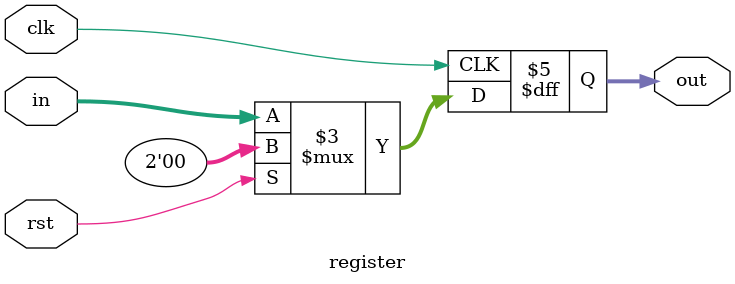
<source format=v>
module mux_32(
input [31:0] in_a, in_b,
input sel,
output [31:0] out
);
    assign out = sel ? in_b : in_a;
endmodule


module register #(parameter width = 0)
                 (input clk, rst,
                  input  [width-1 : 0] in,
                  output reg [width-1 : 0] out
                 );
                 
                 always@(posedge clk)
                 begin
                     if(rst)
                         out <= 0;
                     else
                         out <= in;
                 end
endmodule
</source>
